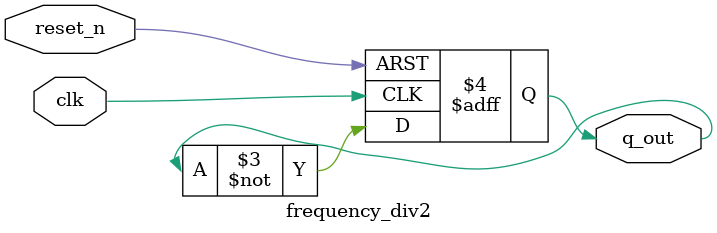
<source format=v>
`timescale 1ns / 1ps


module frequency_div2(
    input clk,
    input reset_n,
    output reg q_out);
    
    always@(posedge clk, negedge reset_n)
        begin
            if(~reset_n)
                q_out <= 'b0;
            else
                q_out <= ~q_out;
        end  
endmodule

</source>
